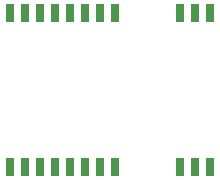
<source format=gbr>
%TF.GenerationSoftware,KiCad,Pcbnew,5.1.8-db9833491~87~ubuntu20.04.1*%
%TF.CreationDate,2020-11-23T16:47:10+01:00*%
%TF.ProjectId,rosalyn-sat,726f7361-6c79-46e2-9d73-61742e6b6963,v1.0*%
%TF.SameCoordinates,Original*%
%TF.FileFunction,Soldermask,Bot*%
%TF.FilePolarity,Negative*%
%FSLAX46Y46*%
G04 Gerber Fmt 4.6, Leading zero omitted, Abs format (unit mm)*
G04 Created by KiCad (PCBNEW 5.1.8-db9833491~87~ubuntu20.04.1) date 2020-11-23 16:47:10*
%MOMM*%
%LPD*%
G01*
G04 APERTURE LIST*
%ADD10R,0.750000X1.500000*%
G04 APERTURE END LIST*
D10*
%TO.C,U2*%
X159650000Y-93650000D03*
X158380000Y-93650000D03*
X157110000Y-93650000D03*
X151540000Y-93650000D03*
X150270000Y-93650000D03*
X149000000Y-93650000D03*
X147730000Y-93650000D03*
X146460000Y-93650000D03*
X145190000Y-93650000D03*
X143920000Y-93650000D03*
X142650000Y-93650000D03*
X142650000Y-106650000D03*
X143920000Y-106650000D03*
X145190000Y-106650000D03*
X146460000Y-106650000D03*
X147730000Y-106650000D03*
X149000000Y-106650000D03*
X150270000Y-106650000D03*
X151540000Y-106650000D03*
X157110000Y-106650000D03*
X158380000Y-106650000D03*
X159650000Y-106650000D03*
%TD*%
M02*

</source>
